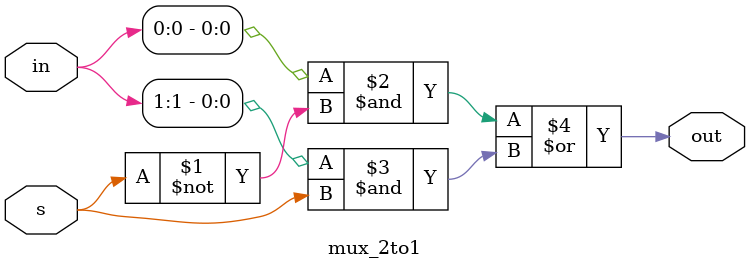
<source format=sv>
module mux_2to1(
input logic [1:0] in,
input logic s,
output logic out
);
 
or(out, (in[0]&(~s)), (in[1]&s));


endmodule
</source>
